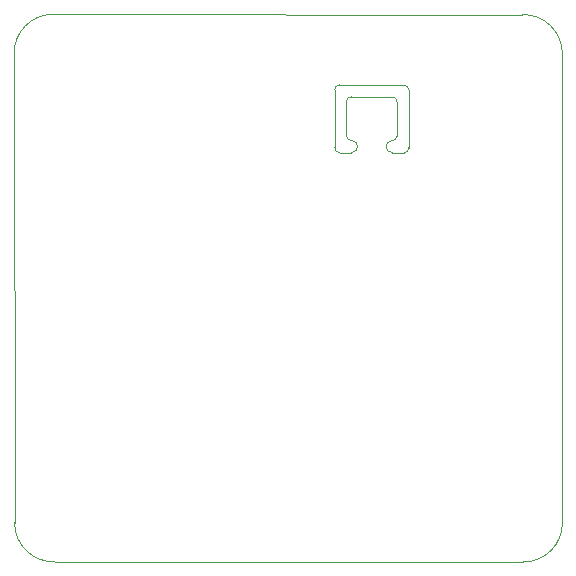
<source format=gbr>
%TF.GenerationSoftware,KiCad,Pcbnew,(6.0.9)*%
%TF.CreationDate,2022-12-23T18:09:19+01:00*%
%TF.ProjectId,Home Automation Coffee Machine PRO,486f6d65-2041-4757-946f-6d6174696f6e,5.3*%
%TF.SameCoordinates,Original*%
%TF.FileFunction,Profile,NP*%
%FSLAX46Y46*%
G04 Gerber Fmt 4.6, Leading zero omitted, Abs format (unit mm)*
G04 Created by KiCad (PCBNEW (6.0.9)) date 2022-12-23 18:09:19*
%MOMM*%
%LPD*%
G01*
G04 APERTURE LIST*
%TA.AperFunction,Profile*%
%ADD10C,0.100000*%
%TD*%
%TA.AperFunction,Profile*%
%ADD11C,0.050000*%
%TD*%
G04 APERTURE END LIST*
D10*
X141220000Y-84270004D02*
G75*
G03*
X140810001Y-84700487I-200J-410296D01*
G01*
X140799514Y-87560488D02*
X140810001Y-84700487D01*
X139812572Y-88583242D02*
G75*
G03*
X140243099Y-88993241I410528J42D01*
G01*
D11*
X155783360Y-123659028D02*
G75*
G03*
X159093359Y-120267997I40J3310928D01*
G01*
X159090899Y-80620068D02*
G75*
G03*
X155699933Y-77310069I-3310899J68D01*
G01*
D10*
X146100004Y-83700487D02*
G75*
G03*
X145669514Y-83290488I-410404J87D01*
G01*
X141220000Y-84270000D02*
X144660001Y-84280487D01*
X145090001Y-87550486D02*
X145090488Y-84690486D01*
X145680002Y-89000974D02*
X144680002Y-89000973D01*
X144680002Y-87980979D02*
G75*
G03*
X145090001Y-87550486I-202J410679D01*
G01*
X146090001Y-88570487D02*
X146100001Y-83700487D01*
X141230001Y-88990487D02*
X140243099Y-88993241D01*
X139807246Y-83693585D02*
X139812612Y-88583242D01*
D11*
X115972682Y-77282529D02*
X155699933Y-77310069D01*
X112704510Y-120331424D02*
G75*
G03*
X116095431Y-123641423I3310890J-76D01*
G01*
D10*
X145669514Y-83290488D02*
X140217245Y-83263098D01*
X141230001Y-88990513D02*
G75*
G03*
X141230001Y-87970487I-1J510013D01*
G01*
D11*
X115972682Y-77282516D02*
G75*
G03*
X112662683Y-80673495I18J-3310984D01*
G01*
D10*
X140799525Y-87560488D02*
G75*
G03*
X141230001Y-87970487I410475J-12D01*
G01*
X145090500Y-84690486D02*
G75*
G03*
X144660001Y-84280487I-410500J-14D01*
G01*
X144680002Y-87981027D02*
G75*
G03*
X144680002Y-89000973I98J-509973D01*
G01*
D11*
X159090899Y-80620068D02*
X159093359Y-120267997D01*
D10*
X140217245Y-83263064D02*
G75*
G03*
X139807246Y-83693585I155J-410636D01*
G01*
D11*
X155783360Y-123658963D02*
X116095431Y-123641423D01*
X112704465Y-120331424D02*
X112662683Y-80673495D01*
D10*
X145680002Y-89000879D02*
G75*
G03*
X146090001Y-88570487I-102J410579D01*
G01*
M02*

</source>
